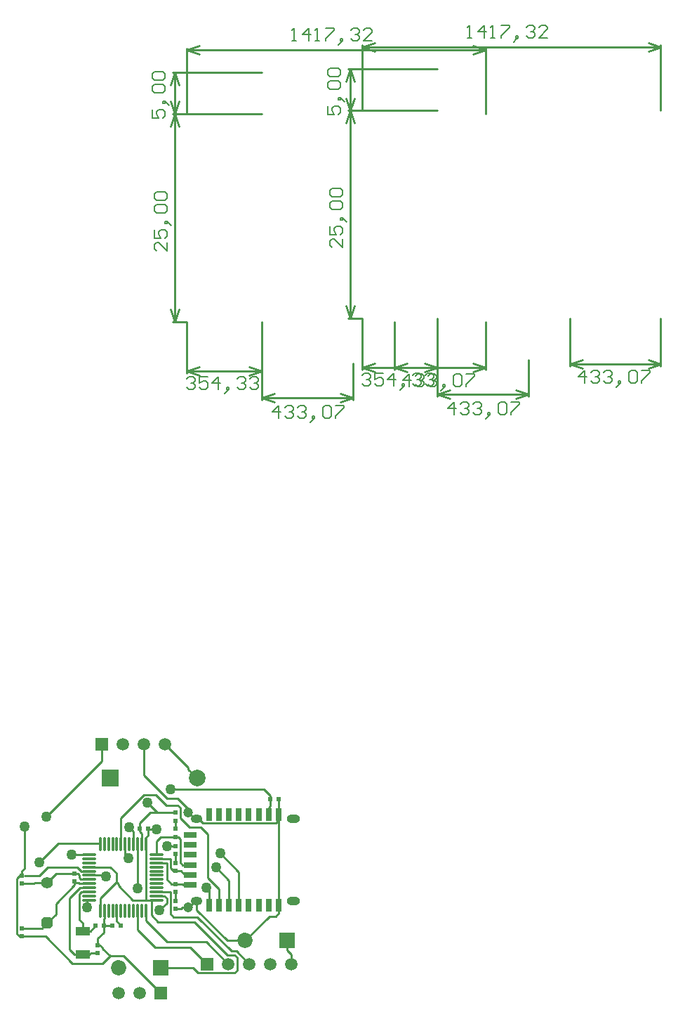
<source format=gbr>
G04 Layer_Physical_Order=2*
G04 Layer_Color=16711680*
%FSLAX42Y42*%
%MOMM*%
%TF.FileFunction,Copper,L2,Bot,Signal*%
%TF.Part,Single*%
G01*
G75*
%TA.AperFunction,SMDPad,CuDef*%
%ADD13R,0.60X0.50*%
%ADD14R,0.50X0.60*%
%TA.AperFunction,Conductor*%
%ADD17C,0.25*%
%TA.AperFunction,ComponentPad*%
%ADD18C,1.85*%
%ADD19R,1.85X1.85*%
G04:AMPARAMS|DCode=20|XSize=1.4mm|YSize=1.4mm|CornerRadius=0mm|HoleSize=0mm|Usage=FLASHONLY|Rotation=90.000|XOffset=0mm|YOffset=0mm|HoleType=Round|Shape=Octagon|*
%AMOCTAGOND20*
4,1,8,0.35,0.70,-0.35,0.70,-0.70,0.35,-0.70,-0.35,-0.35,-0.70,0.35,-0.70,0.70,-0.35,0.70,0.35,0.35,0.70,0.0*
%
%ADD20OCTAGOND20*%

%ADD21C,1.40*%
%ADD22C,2.00*%
%ADD23R,2.00X2.00*%
%ADD24C,1.50*%
%ADD25R,1.50X1.50*%
%TA.AperFunction,ViaPad*%
%ADD26C,1.27*%
%TA.AperFunction,SMDPad,CuDef*%
%ADD27R,1.80X1.00*%
%ADD28O,0.30X1.80*%
%ADD29O,1.80X0.30*%
%ADD30C,1.20*%
%ADD31R,0.80X1.50*%
%ADD32R,1.50X0.80*%
%ADD33O,1.60X1.00*%
%ADD34O,1.40X1.00*%
%TA.AperFunction,NonConductor*%
%ADD35C,0.25*%
%ADD36C,0.15*%
D13*
X3225Y2642D02*
D03*
X3125D02*
D03*
X1219Y1118D02*
D03*
X1319D02*
D03*
X1017D02*
D03*
X1117D02*
D03*
X1650Y2286D02*
D03*
X1550D02*
D03*
D14*
X762Y1652D02*
D03*
Y1752D02*
D03*
X1981Y1321D02*
D03*
Y1421D02*
D03*
X1041Y788D02*
D03*
Y888D02*
D03*
X127Y1726D02*
D03*
Y1626D02*
D03*
Y991D02*
D03*
Y1091D02*
D03*
X1981Y2082D02*
D03*
Y1982D02*
D03*
Y2487D02*
D03*
Y2387D02*
D03*
Y1624D02*
D03*
Y1524D02*
D03*
Y1778D02*
D03*
Y1878D02*
D03*
Y2186D02*
D03*
Y2286D02*
D03*
D17*
X1621Y2107D02*
Y2182D01*
X1650Y2211D01*
Y2286D01*
X3103Y2463D02*
Y2540D01*
X3125Y2562D01*
Y2642D01*
X1117Y1118D02*
X1219D01*
X1117D02*
Y1204D01*
X1121Y1208D01*
Y1297D01*
X1041Y888D02*
Y965D01*
X1117Y1041D01*
Y1118D01*
X1981Y1321D02*
X2047D01*
X2064Y1338D01*
X2133D01*
X3223Y2463D02*
Y2550D01*
X3225Y2552D01*
Y2642D01*
X127Y1626D02*
X272D01*
X286Y1641D01*
X432D01*
X864Y775D02*
X945D01*
X958Y788D01*
X1041D01*
X1981Y2286D02*
Y2387D01*
Y1878D02*
Y1982D01*
Y1421D02*
Y1524D01*
X3374Y660D02*
Y775D01*
X3327Y822D02*
X3374Y775D01*
X3327Y822D02*
Y940D01*
X1981Y1624D02*
X2062D01*
X2073Y1613D01*
X2158D01*
X1981Y1778D02*
X2045D01*
X2090Y1733D01*
X2158D01*
X102Y991D02*
X127D01*
X69Y1024D02*
X102Y991D01*
X69Y1024D02*
Y1693D01*
X102Y1726D01*
X127D01*
X818Y1194D02*
X864Y1148D01*
X818Y1194D02*
Y1499D01*
X846Y1527D01*
X941D01*
X1271Y1176D02*
Y1297D01*
X543Y1752D02*
X762D01*
X432Y1641D02*
X543Y1752D01*
X762D02*
X800D01*
X818Y1734D01*
Y1697D02*
Y1734D01*
X2131Y3004D02*
X2240Y2896D01*
X2131Y3004D02*
Y3025D01*
X1854Y3302D02*
X2131Y3025D01*
X1621Y1185D02*
Y1297D01*
Y1185D02*
X1881Y926D01*
X2347D01*
X2612Y660D01*
X3125Y2642D02*
Y2684D01*
X3048Y2761D02*
X3125Y2684D01*
X1918Y2761D02*
X3048D01*
X1751Y1877D02*
X1874D01*
Y1681D02*
Y1877D01*
Y1681D02*
X1930Y1624D01*
X1981D01*
X1953Y1778D02*
X1981D01*
X1920Y1812D02*
X1953Y1778D01*
X1920Y1812D02*
Y1927D01*
X1751D02*
X1920D01*
X539Y1388D02*
X762Y1611D01*
X539Y1260D02*
Y1388D01*
X432Y1153D02*
X539Y1260D01*
X914Y1427D02*
X941D01*
X1191Y1827D02*
X1265Y1753D01*
X1071Y1455D02*
X1265Y1649D01*
X1071Y1297D02*
Y1455D01*
X1981Y2186D02*
X2013D01*
X2040Y2159D01*
Y1880D02*
Y2159D01*
Y1880D02*
X2066Y1853D01*
X2158D01*
X1550Y2254D02*
Y2286D01*
Y2254D02*
X1571Y2233D01*
Y2107D02*
Y2233D01*
X1981Y2080D02*
Y2082D01*
X2601Y940D02*
X2819D01*
X2233Y1308D02*
X2601Y940D01*
X941Y1827D02*
X1191D01*
X1290Y1600D02*
Y1624D01*
Y1600D02*
X1464Y1427D01*
X1751Y1477D02*
X1845D01*
X1874Y1448D01*
Y1396D02*
Y1448D01*
X1783Y1306D02*
X1874Y1396D01*
X2712Y815D02*
X2866Y660D01*
X2658Y815D02*
X2712D01*
X2245Y1227D02*
X2658Y815D01*
X1956Y1227D02*
X2245D01*
X1919Y1263D02*
X1956Y1227D01*
X1919Y1263D02*
Y1523D01*
X1916Y1527D02*
X1919Y1523D01*
X1751Y1527D02*
X1916D01*
X334Y1726D02*
X434Y1826D01*
X797D01*
X846Y1777D01*
X941D01*
X724Y1977D02*
X941D01*
X1121Y1727D02*
X1136Y1712D01*
X941Y1727D02*
X1121D01*
X1521Y1573D02*
Y2107D01*
X2517Y1994D02*
X2743Y1768D01*
Y1363D02*
Y1768D01*
X2623Y1363D02*
Y1667D01*
X2466Y1824D02*
X2623Y1667D01*
X1420Y2311D02*
X1471Y2260D01*
Y2107D02*
Y2260D01*
X1798Y2186D02*
X1981D01*
X1750Y2138D02*
X1798Y2186D01*
X1750Y1977D02*
X1751D01*
X3223Y2388D02*
Y2463D01*
X3190Y2355D02*
X3223Y2388D01*
X2311Y2355D02*
X3190D01*
X2258Y2408D02*
X2311Y2355D01*
X2233Y2408D02*
X2258D01*
X2213D02*
X2233D01*
X1803Y610D02*
X2192D01*
X2250Y551D01*
X2692D01*
X2720Y579D01*
Y741D01*
X2692Y769D02*
X2720Y741D01*
X2601Y769D02*
X2692D01*
X2207Y1164D02*
X2601Y769D01*
X1768Y1164D02*
X2207D01*
X1687Y1245D02*
X1768Y1164D01*
X1643Y2603D02*
X1760Y2487D01*
X1981D01*
X2002Y2654D02*
X2141Y2515D01*
X1877Y2654D02*
X2002D01*
X1600Y2931D02*
X1877Y2654D01*
X1600Y2931D02*
Y3302D01*
X1321Y2107D02*
Y2421D01*
X1600Y2700D01*
X1740D01*
X1867Y2573D01*
X2007D01*
X2040Y2540D01*
Y2413D02*
Y2540D01*
Y2413D02*
X2149Y2304D01*
X2286D01*
X2370Y2220D01*
Y1694D02*
Y2220D01*
Y1694D02*
X2503Y1561D01*
Y1363D02*
Y1561D01*
X1354Y754D02*
X1803Y305D01*
X1189Y754D02*
X1354D01*
X1100Y665D02*
X1189Y754D01*
X411Y991D02*
X737Y665D01*
X127Y991D02*
X411D01*
X1100Y843D02*
Y855D01*
X1067Y888D02*
X1100Y855D01*
X1041Y888D02*
X1067D01*
X2383Y1363D02*
Y1544D01*
X2347Y1580D02*
X2383Y1544D01*
X1371Y1977D02*
X1415Y1933D01*
X1371Y1977D02*
Y2107D01*
X1753Y2261D02*
Y2281D01*
X1550Y2286D02*
Y2361D01*
X1676Y2487D01*
X2133Y1338D02*
X2233Y1418D01*
X2233D01*
X3223Y1270D02*
Y1363D01*
X3188Y1234D02*
X3223Y1270D01*
X3114Y1234D02*
X3188D01*
X2819Y940D02*
X3114Y1234D01*
X1092Y3106D02*
Y3302D01*
X424Y2438D02*
X1092Y3106D01*
X370Y1091D02*
X432Y1153D01*
X127Y1091D02*
X370D01*
X826Y1577D02*
X941D01*
X704Y1455D02*
X826Y1577D01*
X704Y833D02*
Y1455D01*
Y833D02*
X762Y775D01*
X864D01*
X2160Y859D02*
X2358Y660D01*
X1737Y859D02*
X2160D01*
X1521Y1074D02*
X1737Y859D01*
X1521Y1074D02*
Y1297D01*
X1071Y2107D02*
Y2108D01*
X338Y1882D02*
X564Y2108D01*
X1265Y1649D02*
Y1753D01*
X1621Y1427D02*
X1687D01*
X1751D01*
X737Y665D02*
X1100D01*
X155Y1726D02*
X334D01*
X2233Y1308D02*
Y1418D01*
X1875Y2080D02*
X1981D01*
X3223Y1363D02*
Y2388D01*
X1676Y2487D02*
X1760D01*
X2141Y2480D02*
Y2515D01*
X2133Y2488D02*
X2141Y2480D01*
X2213Y2408D01*
X762Y1611D02*
Y1634D01*
Y1652D01*
X1750Y1977D02*
Y2138D01*
X914Y1339D02*
Y1427D01*
X1655Y2281D02*
X1753D01*
X1650Y2286D02*
X1655Y2281D01*
X864Y1054D02*
Y1148D01*
X953Y1054D02*
X1017Y1118D01*
X864Y1054D02*
X953D01*
X1319Y1118D02*
Y1128D01*
X1271Y1176D02*
X1319Y1128D01*
X1265Y1649D02*
X1290Y1624D01*
X818Y1697D02*
X838Y1677D01*
X941D01*
X820Y1627D02*
X941D01*
X813Y1634D02*
X820Y1627D01*
X762Y1634D02*
X813D01*
X1100Y843D02*
X1189Y754D01*
X564Y2108D02*
X1071D01*
X155Y1806D02*
Y2316D01*
X127Y1778D02*
X155Y1806D01*
X127Y1726D02*
Y1778D01*
X1621Y1427D02*
Y2107D01*
X1464Y1427D02*
X1621D01*
X1687Y1245D02*
Y1427D01*
D18*
X1295Y610D02*
D03*
X2819Y940D02*
D03*
D19*
X1803Y610D02*
D03*
X3327Y940D02*
D03*
D20*
X432Y1153D02*
D03*
D21*
Y1641D02*
D03*
D22*
X2240Y2896D02*
D03*
D23*
X1194D02*
D03*
D24*
X1854Y3302D02*
D03*
X1600D02*
D03*
X1346D02*
D03*
X1549Y305D02*
D03*
X1295D02*
D03*
X3374Y660D02*
D03*
X3120D02*
D03*
X2866D02*
D03*
X2612D02*
D03*
D25*
X1092Y3302D02*
D03*
X1803Y305D02*
D03*
X2358Y660D02*
D03*
D26*
X1918Y2761D02*
D03*
X914Y1339D02*
D03*
X1875Y2080D02*
D03*
X1783Y1306D02*
D03*
X724Y1977D02*
D03*
X1136Y1712D02*
D03*
X1521Y1573D02*
D03*
X2517Y1994D02*
D03*
X2466Y1824D02*
D03*
X1420Y2311D02*
D03*
X1643Y2603D02*
D03*
X155Y2316D02*
D03*
X2347Y1580D02*
D03*
X1415Y1933D02*
D03*
X1753Y2281D02*
D03*
X424Y2438D02*
D03*
X338Y1882D02*
D03*
D27*
X864Y775D02*
D03*
Y1054D02*
D03*
D28*
X1071Y1297D02*
D03*
X1121D02*
D03*
X1171D02*
D03*
X1221D02*
D03*
X1271D02*
D03*
X1321D02*
D03*
X1371D02*
D03*
X1421D02*
D03*
X1471D02*
D03*
X1521D02*
D03*
X1571D02*
D03*
X1621D02*
D03*
Y2107D02*
D03*
X1571D02*
D03*
X1521D02*
D03*
X1471D02*
D03*
X1421D02*
D03*
X1371D02*
D03*
X1321D02*
D03*
X1271D02*
D03*
X1221D02*
D03*
X1171D02*
D03*
X1121D02*
D03*
X1071D02*
D03*
D29*
X1751Y1427D02*
D03*
Y1477D02*
D03*
Y1527D02*
D03*
Y1577D02*
D03*
Y1627D02*
D03*
Y1677D02*
D03*
Y1727D02*
D03*
Y1777D02*
D03*
Y1827D02*
D03*
Y1877D02*
D03*
Y1927D02*
D03*
Y1977D02*
D03*
X941D02*
D03*
Y1927D02*
D03*
Y1877D02*
D03*
Y1827D02*
D03*
Y1777D02*
D03*
Y1727D02*
D03*
Y1677D02*
D03*
Y1627D02*
D03*
Y1577D02*
D03*
Y1527D02*
D03*
Y1477D02*
D03*
Y1427D02*
D03*
D30*
X2133Y2488D02*
D03*
Y1338D02*
D03*
D31*
X2383Y1363D02*
D03*
X2503D02*
D03*
X2623D02*
D03*
X2743D02*
D03*
X2863D02*
D03*
X2983D02*
D03*
X3103D02*
D03*
X3223D02*
D03*
Y2463D02*
D03*
X3103D02*
D03*
X2983D02*
D03*
X2863D02*
D03*
X2743D02*
D03*
X2623D02*
D03*
X2503D02*
D03*
X2383D02*
D03*
D32*
X2158Y1613D02*
D03*
Y1733D02*
D03*
Y1853D02*
D03*
Y1973D02*
D03*
Y2093D02*
D03*
Y2213D02*
D03*
D33*
X3403Y1418D02*
D03*
Y2408D02*
D03*
D34*
X2233Y1418D02*
D03*
Y2408D02*
D03*
D35*
X5133Y7816D02*
Y8439D01*
X4233Y7816D02*
Y8439D01*
X4683Y7841D02*
X5133D01*
X4233D02*
X4683D01*
X4981Y7892D02*
X5133Y7841D01*
X4981Y7790D02*
X5133Y7841D01*
X4233D02*
X4385Y7790D01*
X4233Y7841D02*
X4385Y7892D01*
X6233Y7494D02*
Y7939D01*
X5133Y7494D02*
Y7939D01*
X5683Y7519D02*
X6233D01*
X5133D02*
X5683D01*
X6081Y7570D02*
X6233Y7519D01*
X6081Y7468D02*
X6233Y7519D01*
X5133D02*
X5285Y7468D01*
X5133Y7519D02*
X5285Y7570D01*
X7833Y7860D02*
Y8439D01*
X6733Y7860D02*
Y8439D01*
X7283Y7885D02*
X7833D01*
X6733D02*
X7283D01*
X7681Y7936D02*
X7833Y7885D01*
X7681Y7834D02*
X7833Y7885D01*
X6733D02*
X6885Y7834D01*
X6733Y7885D02*
X6885Y7936D01*
X4064Y11439D02*
X5133D01*
X4064Y10939D02*
X5133D01*
X4090Y11189D02*
Y11439D01*
Y10939D02*
Y11189D01*
X4039Y11287D02*
X4090Y11439D01*
X4140Y11287D01*
X4090Y10939D02*
X4140Y11091D01*
X4039D02*
X4090Y10939D01*
X4064D02*
X4233D01*
X4064Y8439D02*
X4233D01*
X4090Y9689D02*
Y10939D01*
Y8439D02*
Y9689D01*
X4039Y10787D02*
X4090Y10939D01*
X4140Y10787D01*
X4090Y8439D02*
X4140Y8591D01*
X4039D02*
X4090Y8439D01*
X7833Y10939D02*
Y11733D01*
X4233Y10939D02*
Y11733D01*
X6033Y11708D02*
X7833D01*
X4233D02*
X6033D01*
X7681Y11759D02*
X7833Y11708D01*
X7681Y11657D02*
X7833Y11708D01*
X4233D02*
X4385Y11657D01*
X4233Y11708D02*
X4385Y11759D01*
X3017Y7775D02*
Y8398D01*
X2117Y7775D02*
Y8398D01*
X2567Y7800D02*
X3017D01*
X2117D02*
X2567D01*
X2865Y7851D02*
X3017Y7800D01*
X2865Y7749D02*
X3017Y7800D01*
X2117D02*
X2269Y7749D01*
X2117Y7800D02*
X2269Y7851D01*
X4117Y7453D02*
Y7898D01*
X3017Y7453D02*
Y7898D01*
X3567Y7478D02*
X4117D01*
X3017D02*
X3567D01*
X3965Y7529D02*
X4117Y7478D01*
X3965Y7427D02*
X4117Y7478D01*
X3017D02*
X3169Y7427D01*
X3017Y7478D02*
X3169Y7529D01*
X5717Y7819D02*
Y8398D01*
X4617Y7819D02*
Y8398D01*
X5167Y7844D02*
X5717D01*
X4617D02*
X5167D01*
X5565Y7895D02*
X5717Y7844D01*
X5565Y7793D02*
X5717Y7844D01*
X4617D02*
X4769Y7793D01*
X4617Y7844D02*
X4769Y7895D01*
X1948Y11398D02*
X3017D01*
X1948Y10898D02*
X3017D01*
X1974Y11148D02*
Y11398D01*
Y10898D02*
Y11148D01*
X1923Y11246D02*
X1974Y11398D01*
X2024Y11246D01*
X1974Y10898D02*
X2024Y11050D01*
X1923D02*
X1974Y10898D01*
X1948D02*
X2117D01*
X1948Y8398D02*
X2117D01*
X1974Y9648D02*
Y10898D01*
Y8398D02*
Y9648D01*
X1923Y10746D02*
X1974Y10898D01*
X2024Y10746D01*
X1974Y8398D02*
X2024Y8550D01*
X1923D02*
X1974Y8398D01*
X5717Y10898D02*
Y11692D01*
X2117Y10898D02*
Y11692D01*
X3917Y11667D02*
X5717D01*
X2117D02*
X3917D01*
X5565Y11718D02*
X5717Y11667D01*
X5565Y11616D02*
X5717Y11667D01*
X2117D02*
X2269Y11616D01*
X2117Y11667D02*
X2269Y11718D01*
D36*
X4233Y7749D02*
X4258Y7774D01*
X4309D01*
X4335Y7749D01*
Y7724D01*
X4309Y7698D01*
X4284D01*
X4309D01*
X4335Y7673D01*
Y7647D01*
X4309Y7622D01*
X4258D01*
X4233Y7647D01*
X4487Y7774D02*
X4385D01*
Y7698D01*
X4436Y7724D01*
X4462D01*
X4487Y7698D01*
Y7647D01*
X4462Y7622D01*
X4411D01*
X4385Y7647D01*
X4614Y7622D02*
Y7774D01*
X4538Y7698D01*
X4639D01*
X4715Y7597D02*
X4741Y7622D01*
Y7647D01*
X4715D01*
Y7622D01*
X4741D01*
X4715Y7597D01*
X4690Y7571D01*
X4842Y7749D02*
X4868Y7774D01*
X4919D01*
X4944Y7749D01*
Y7724D01*
X4919Y7698D01*
X4893D01*
X4919D01*
X4944Y7673D01*
Y7647D01*
X4919Y7622D01*
X4868D01*
X4842Y7647D01*
X4995Y7749D02*
X5020Y7774D01*
X5071D01*
X5096Y7749D01*
Y7724D01*
X5071Y7698D01*
X5046D01*
X5071D01*
X5096Y7673D01*
Y7647D01*
X5071Y7622D01*
X5020D01*
X4995Y7647D01*
X5337Y7274D02*
Y7426D01*
X5261Y7350D01*
X5363D01*
X5413Y7401D02*
X5439Y7426D01*
X5490D01*
X5515Y7401D01*
Y7376D01*
X5490Y7350D01*
X5464D01*
X5490D01*
X5515Y7325D01*
Y7299D01*
X5490Y7274D01*
X5439D01*
X5413Y7299D01*
X5566Y7401D02*
X5591Y7426D01*
X5642D01*
X5667Y7401D01*
Y7376D01*
X5642Y7350D01*
X5616D01*
X5642D01*
X5667Y7325D01*
Y7299D01*
X5642Y7274D01*
X5591D01*
X5566Y7299D01*
X5743Y7249D02*
X5769Y7274D01*
Y7299D01*
X5743D01*
Y7274D01*
X5769D01*
X5743Y7249D01*
X5718Y7223D01*
X5870Y7401D02*
X5896Y7426D01*
X5947D01*
X5972Y7401D01*
Y7299D01*
X5947Y7274D01*
X5896D01*
X5870Y7299D01*
Y7401D01*
X6023Y7426D02*
X6124D01*
Y7401D01*
X6023Y7299D01*
Y7274D01*
X6915Y7654D02*
Y7806D01*
X6839Y7730D01*
X6941D01*
X6991Y7781D02*
X7017Y7806D01*
X7068D01*
X7093Y7781D01*
Y7756D01*
X7068Y7730D01*
X7042D01*
X7068D01*
X7093Y7705D01*
Y7679D01*
X7068Y7654D01*
X7017D01*
X6991Y7679D01*
X7144Y7781D02*
X7169Y7806D01*
X7220D01*
X7245Y7781D01*
Y7756D01*
X7220Y7730D01*
X7194D01*
X7220D01*
X7245Y7705D01*
Y7679D01*
X7220Y7654D01*
X7169D01*
X7144Y7679D01*
X7321Y7629D02*
X7347Y7654D01*
Y7679D01*
X7321D01*
Y7654D01*
X7347D01*
X7321Y7629D01*
X7296Y7603D01*
X7448Y7781D02*
X7474Y7806D01*
X7525D01*
X7550Y7781D01*
Y7679D01*
X7525Y7654D01*
X7474D01*
X7448Y7679D01*
Y7781D01*
X7601Y7806D02*
X7702D01*
Y7781D01*
X7601Y7679D01*
Y7654D01*
X3816Y10994D02*
Y10892D01*
X3892D01*
X3866Y10943D01*
Y10968D01*
X3892Y10994D01*
X3943D01*
X3968Y10968D01*
Y10917D01*
X3943Y10892D01*
X3993Y11070D02*
X3968Y11095D01*
X3943D01*
Y11070D01*
X3968D01*
Y11095D01*
X3993Y11070D01*
X4019Y11044D01*
X3841Y11197D02*
X3816Y11222D01*
Y11273D01*
X3841Y11298D01*
X3943D01*
X3968Y11273D01*
Y11222D01*
X3943Y11197D01*
X3841D01*
Y11349D02*
X3816Y11374D01*
Y11425D01*
X3841Y11451D01*
X3943D01*
X3968Y11425D01*
Y11374D01*
X3943Y11349D01*
X3841D01*
X3994Y9392D02*
Y9290D01*
X3892Y9392D01*
X3867D01*
X3842Y9366D01*
Y9315D01*
X3867Y9290D01*
X3842Y9544D02*
Y9442D01*
X3918D01*
X3892Y9493D01*
Y9519D01*
X3918Y9544D01*
X3969D01*
X3994Y9519D01*
Y9468D01*
X3969Y9442D01*
X4019Y9620D02*
X3994Y9645D01*
X3969D01*
Y9620D01*
X3994D01*
Y9645D01*
X4019Y9620D01*
X4045Y9595D01*
X3867Y9747D02*
X3842Y9772D01*
Y9823D01*
X3867Y9849D01*
X3969D01*
X3994Y9823D01*
Y9772D01*
X3969Y9747D01*
X3867D01*
Y9899D02*
X3842Y9925D01*
Y9976D01*
X3867Y10001D01*
X3969D01*
X3994Y9976D01*
Y9925D01*
X3969Y9899D01*
X3867D01*
X5502Y11819D02*
X5553D01*
X5527D01*
Y11971D01*
X5502Y11946D01*
X5705Y11819D02*
Y11971D01*
X5629Y11895D01*
X5731D01*
X5781Y11819D02*
X5832D01*
X5807D01*
Y11971D01*
X5781Y11946D01*
X5908Y11971D02*
X6010D01*
Y11946D01*
X5908Y11844D01*
Y11819D01*
X6086Y11794D02*
X6111Y11819D01*
Y11844D01*
X6086D01*
Y11819D01*
X6111D01*
X6086Y11794D01*
X6061Y11768D01*
X6213Y11946D02*
X6238Y11971D01*
X6289D01*
X6315Y11946D01*
Y11921D01*
X6289Y11895D01*
X6264D01*
X6289D01*
X6315Y11870D01*
Y11844D01*
X6289Y11819D01*
X6238D01*
X6213Y11844D01*
X6467Y11819D02*
X6365D01*
X6467Y11921D01*
Y11946D01*
X6441Y11971D01*
X6391D01*
X6365Y11946D01*
X2117Y7708D02*
X2142Y7733D01*
X2193D01*
X2219Y7708D01*
Y7683D01*
X2193Y7657D01*
X2168D01*
X2193D01*
X2219Y7632D01*
Y7606D01*
X2193Y7581D01*
X2142D01*
X2117Y7606D01*
X2371Y7733D02*
X2269D01*
Y7657D01*
X2320Y7683D01*
X2346D01*
X2371Y7657D01*
Y7606D01*
X2346Y7581D01*
X2295D01*
X2269Y7606D01*
X2498Y7581D02*
Y7733D01*
X2422Y7657D01*
X2523D01*
X2599Y7556D02*
X2625Y7581D01*
Y7606D01*
X2599D01*
Y7581D01*
X2625D01*
X2599Y7556D01*
X2574Y7530D01*
X2726Y7708D02*
X2752Y7733D01*
X2803D01*
X2828Y7708D01*
Y7683D01*
X2803Y7657D01*
X2777D01*
X2803D01*
X2828Y7632D01*
Y7606D01*
X2803Y7581D01*
X2752D01*
X2726Y7606D01*
X2879Y7708D02*
X2904Y7733D01*
X2955D01*
X2980Y7708D01*
Y7683D01*
X2955Y7657D01*
X2930D01*
X2955D01*
X2980Y7632D01*
Y7606D01*
X2955Y7581D01*
X2904D01*
X2879Y7606D01*
X3221Y7233D02*
Y7385D01*
X3145Y7309D01*
X3247D01*
X3297Y7360D02*
X3323Y7385D01*
X3374D01*
X3399Y7360D01*
Y7335D01*
X3374Y7309D01*
X3348D01*
X3374D01*
X3399Y7284D01*
Y7258D01*
X3374Y7233D01*
X3323D01*
X3297Y7258D01*
X3450Y7360D02*
X3475Y7385D01*
X3526D01*
X3551Y7360D01*
Y7335D01*
X3526Y7309D01*
X3500D01*
X3526D01*
X3551Y7284D01*
Y7258D01*
X3526Y7233D01*
X3475D01*
X3450Y7258D01*
X3627Y7208D02*
X3653Y7233D01*
Y7258D01*
X3627D01*
Y7233D01*
X3653D01*
X3627Y7208D01*
X3602Y7182D01*
X3754Y7360D02*
X3780Y7385D01*
X3831D01*
X3856Y7360D01*
Y7258D01*
X3831Y7233D01*
X3780D01*
X3754Y7258D01*
Y7360D01*
X3907Y7385D02*
X4008D01*
Y7360D01*
X3907Y7258D01*
Y7233D01*
X4799Y7613D02*
Y7765D01*
X4723Y7689D01*
X4825D01*
X4875Y7740D02*
X4901Y7765D01*
X4952D01*
X4977Y7740D01*
Y7715D01*
X4952Y7689D01*
X4926D01*
X4952D01*
X4977Y7664D01*
Y7638D01*
X4952Y7613D01*
X4901D01*
X4875Y7638D01*
X5028Y7740D02*
X5053Y7765D01*
X5104D01*
X5129Y7740D01*
Y7715D01*
X5104Y7689D01*
X5078D01*
X5104D01*
X5129Y7664D01*
Y7638D01*
X5104Y7613D01*
X5053D01*
X5028Y7638D01*
X5205Y7588D02*
X5231Y7613D01*
Y7638D01*
X5205D01*
Y7613D01*
X5231D01*
X5205Y7588D01*
X5180Y7562D01*
X5332Y7740D02*
X5358Y7765D01*
X5409D01*
X5434Y7740D01*
Y7638D01*
X5409Y7613D01*
X5358D01*
X5332Y7638D01*
Y7740D01*
X5485Y7765D02*
X5586D01*
Y7740D01*
X5485Y7638D01*
Y7613D01*
X1700Y10953D02*
Y10851D01*
X1776D01*
X1750Y10902D01*
Y10927D01*
X1776Y10953D01*
X1827D01*
X1852Y10927D01*
Y10876D01*
X1827Y10851D01*
X1877Y11029D02*
X1852Y11054D01*
X1827D01*
Y11029D01*
X1852D01*
Y11054D01*
X1877Y11029D01*
X1903Y11003D01*
X1725Y11156D02*
X1700Y11181D01*
Y11232D01*
X1725Y11257D01*
X1827D01*
X1852Y11232D01*
Y11181D01*
X1827Y11156D01*
X1725D01*
Y11308D02*
X1700Y11333D01*
Y11384D01*
X1725Y11410D01*
X1827D01*
X1852Y11384D01*
Y11333D01*
X1827Y11308D01*
X1725D01*
X1878Y9351D02*
Y9249D01*
X1776Y9351D01*
X1751D01*
X1726Y9325D01*
Y9274D01*
X1751Y9249D01*
X1726Y9503D02*
Y9401D01*
X1802D01*
X1776Y9452D01*
Y9478D01*
X1802Y9503D01*
X1853D01*
X1878Y9478D01*
Y9427D01*
X1853Y9401D01*
X1903Y9579D02*
X1878Y9604D01*
X1853D01*
Y9579D01*
X1878D01*
Y9604D01*
X1903Y9579D01*
X1929Y9554D01*
X1751Y9706D02*
X1726Y9731D01*
Y9782D01*
X1751Y9808D01*
X1853D01*
X1878Y9782D01*
Y9731D01*
X1853Y9706D01*
X1751D01*
Y9858D02*
X1726Y9884D01*
Y9935D01*
X1751Y9960D01*
X1853D01*
X1878Y9935D01*
Y9884D01*
X1853Y9858D01*
X1751D01*
X3386Y11778D02*
X3437D01*
X3411D01*
Y11930D01*
X3386Y11905D01*
X3589Y11778D02*
Y11930D01*
X3513Y11854D01*
X3615D01*
X3665Y11778D02*
X3716D01*
X3691D01*
Y11930D01*
X3665Y11905D01*
X3792Y11930D02*
X3894D01*
Y11905D01*
X3792Y11803D01*
Y11778D01*
X3970Y11753D02*
X3995Y11778D01*
Y11803D01*
X3970D01*
Y11778D01*
X3995D01*
X3970Y11753D01*
X3945Y11727D01*
X4097Y11905D02*
X4122Y11930D01*
X4173D01*
X4199Y11905D01*
Y11880D01*
X4173Y11854D01*
X4148D01*
X4173D01*
X4199Y11829D01*
Y11803D01*
X4173Y11778D01*
X4122D01*
X4097Y11803D01*
X4351Y11778D02*
X4249D01*
X4351Y11880D01*
Y11905D01*
X4325Y11930D01*
X4275D01*
X4249Y11905D01*
%TF.MD5,0114633a17822b9427878f6e98c715c1*%
M02*

</source>
